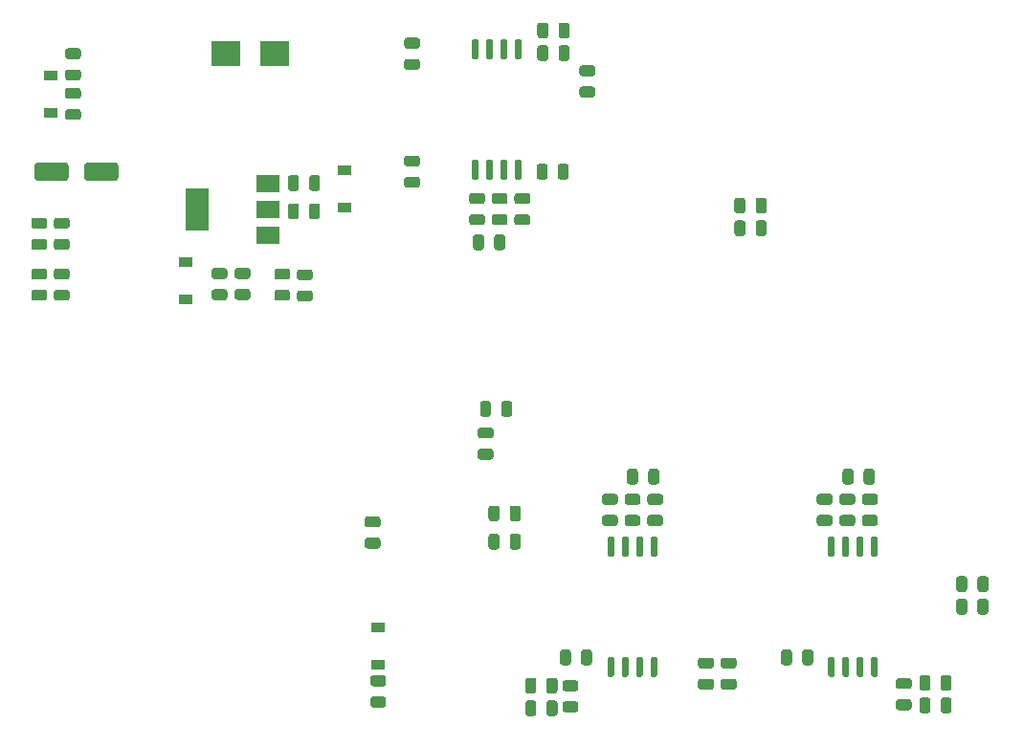
<source format=gtp>
%TF.GenerationSoftware,KiCad,Pcbnew,5.1.6-c6e7f7d~86~ubuntu20.04.1*%
%TF.CreationDate,2020-09-07T13:19:43+02:00*%
%TF.ProjectId,Measurment,4d656173-7572-46d6-956e-742e6b696361,rev?*%
%TF.SameCoordinates,Original*%
%TF.FileFunction,Paste,Top*%
%TF.FilePolarity,Positive*%
%FSLAX46Y46*%
G04 Gerber Fmt 4.6, Leading zero omitted, Abs format (unit mm)*
G04 Created by KiCad (PCBNEW 5.1.6-c6e7f7d~86~ubuntu20.04.1) date 2020-09-07 13:19:43*
%MOMM*%
%LPD*%
G01*
G04 APERTURE LIST*
%ADD10R,1.200000X0.900000*%
%ADD11R,2.500000X2.300000*%
%ADD12R,2.000000X1.500000*%
%ADD13R,2.000000X3.800000*%
G04 APERTURE END LIST*
%TO.C,U3*%
G36*
G01*
X103245000Y-89575000D02*
X102945000Y-89575000D01*
G75*
G02*
X102795000Y-89425000I0J150000D01*
G01*
X102795000Y-87925000D01*
G75*
G02*
X102945000Y-87775000I150000J0D01*
G01*
X103245000Y-87775000D01*
G75*
G02*
X103395000Y-87925000I0J-150000D01*
G01*
X103395000Y-89425000D01*
G75*
G02*
X103245000Y-89575000I-150000J0D01*
G01*
G37*
G36*
G01*
X104515000Y-89575000D02*
X104215000Y-89575000D01*
G75*
G02*
X104065000Y-89425000I0J150000D01*
G01*
X104065000Y-87925000D01*
G75*
G02*
X104215000Y-87775000I150000J0D01*
G01*
X104515000Y-87775000D01*
G75*
G02*
X104665000Y-87925000I0J-150000D01*
G01*
X104665000Y-89425000D01*
G75*
G02*
X104515000Y-89575000I-150000J0D01*
G01*
G37*
G36*
G01*
X105785000Y-89575000D02*
X105485000Y-89575000D01*
G75*
G02*
X105335000Y-89425000I0J150000D01*
G01*
X105335000Y-87925000D01*
G75*
G02*
X105485000Y-87775000I150000J0D01*
G01*
X105785000Y-87775000D01*
G75*
G02*
X105935000Y-87925000I0J-150000D01*
G01*
X105935000Y-89425000D01*
G75*
G02*
X105785000Y-89575000I-150000J0D01*
G01*
G37*
G36*
G01*
X107055000Y-89575000D02*
X106755000Y-89575000D01*
G75*
G02*
X106605000Y-89425000I0J150000D01*
G01*
X106605000Y-87925000D01*
G75*
G02*
X106755000Y-87775000I150000J0D01*
G01*
X107055000Y-87775000D01*
G75*
G02*
X107205000Y-87925000I0J-150000D01*
G01*
X107205000Y-89425000D01*
G75*
G02*
X107055000Y-89575000I-150000J0D01*
G01*
G37*
G36*
G01*
X107055000Y-100225000D02*
X106755000Y-100225000D01*
G75*
G02*
X106605000Y-100075000I0J150000D01*
G01*
X106605000Y-98575000D01*
G75*
G02*
X106755000Y-98425000I150000J0D01*
G01*
X107055000Y-98425000D01*
G75*
G02*
X107205000Y-98575000I0J-150000D01*
G01*
X107205000Y-100075000D01*
G75*
G02*
X107055000Y-100225000I-150000J0D01*
G01*
G37*
G36*
G01*
X105785000Y-100225000D02*
X105485000Y-100225000D01*
G75*
G02*
X105335000Y-100075000I0J150000D01*
G01*
X105335000Y-98575000D01*
G75*
G02*
X105485000Y-98425000I150000J0D01*
G01*
X105785000Y-98425000D01*
G75*
G02*
X105935000Y-98575000I0J-150000D01*
G01*
X105935000Y-100075000D01*
G75*
G02*
X105785000Y-100225000I-150000J0D01*
G01*
G37*
G36*
G01*
X104515000Y-100225000D02*
X104215000Y-100225000D01*
G75*
G02*
X104065000Y-100075000I0J150000D01*
G01*
X104065000Y-98575000D01*
G75*
G02*
X104215000Y-98425000I150000J0D01*
G01*
X104515000Y-98425000D01*
G75*
G02*
X104665000Y-98575000I0J-150000D01*
G01*
X104665000Y-100075000D01*
G75*
G02*
X104515000Y-100225000I-150000J0D01*
G01*
G37*
G36*
G01*
X103245000Y-100225000D02*
X102945000Y-100225000D01*
G75*
G02*
X102795000Y-100075000I0J150000D01*
G01*
X102795000Y-98575000D01*
G75*
G02*
X102945000Y-98425000I150000J0D01*
G01*
X103245000Y-98425000D01*
G75*
G02*
X103395000Y-98575000I0J-150000D01*
G01*
X103395000Y-100075000D01*
G75*
G02*
X103245000Y-100225000I-150000J0D01*
G01*
G37*
%TD*%
%TO.C,U2*%
G36*
G01*
X83745000Y-89575000D02*
X83445000Y-89575000D01*
G75*
G02*
X83295000Y-89425000I0J150000D01*
G01*
X83295000Y-87925000D01*
G75*
G02*
X83445000Y-87775000I150000J0D01*
G01*
X83745000Y-87775000D01*
G75*
G02*
X83895000Y-87925000I0J-150000D01*
G01*
X83895000Y-89425000D01*
G75*
G02*
X83745000Y-89575000I-150000J0D01*
G01*
G37*
G36*
G01*
X85015000Y-89575000D02*
X84715000Y-89575000D01*
G75*
G02*
X84565000Y-89425000I0J150000D01*
G01*
X84565000Y-87925000D01*
G75*
G02*
X84715000Y-87775000I150000J0D01*
G01*
X85015000Y-87775000D01*
G75*
G02*
X85165000Y-87925000I0J-150000D01*
G01*
X85165000Y-89425000D01*
G75*
G02*
X85015000Y-89575000I-150000J0D01*
G01*
G37*
G36*
G01*
X86285000Y-89575000D02*
X85985000Y-89575000D01*
G75*
G02*
X85835000Y-89425000I0J150000D01*
G01*
X85835000Y-87925000D01*
G75*
G02*
X85985000Y-87775000I150000J0D01*
G01*
X86285000Y-87775000D01*
G75*
G02*
X86435000Y-87925000I0J-150000D01*
G01*
X86435000Y-89425000D01*
G75*
G02*
X86285000Y-89575000I-150000J0D01*
G01*
G37*
G36*
G01*
X87555000Y-89575000D02*
X87255000Y-89575000D01*
G75*
G02*
X87105000Y-89425000I0J150000D01*
G01*
X87105000Y-87925000D01*
G75*
G02*
X87255000Y-87775000I150000J0D01*
G01*
X87555000Y-87775000D01*
G75*
G02*
X87705000Y-87925000I0J-150000D01*
G01*
X87705000Y-89425000D01*
G75*
G02*
X87555000Y-89575000I-150000J0D01*
G01*
G37*
G36*
G01*
X87555000Y-100225000D02*
X87255000Y-100225000D01*
G75*
G02*
X87105000Y-100075000I0J150000D01*
G01*
X87105000Y-98575000D01*
G75*
G02*
X87255000Y-98425000I150000J0D01*
G01*
X87555000Y-98425000D01*
G75*
G02*
X87705000Y-98575000I0J-150000D01*
G01*
X87705000Y-100075000D01*
G75*
G02*
X87555000Y-100225000I-150000J0D01*
G01*
G37*
G36*
G01*
X86285000Y-100225000D02*
X85985000Y-100225000D01*
G75*
G02*
X85835000Y-100075000I0J150000D01*
G01*
X85835000Y-98575000D01*
G75*
G02*
X85985000Y-98425000I150000J0D01*
G01*
X86285000Y-98425000D01*
G75*
G02*
X86435000Y-98575000I0J-150000D01*
G01*
X86435000Y-100075000D01*
G75*
G02*
X86285000Y-100225000I-150000J0D01*
G01*
G37*
G36*
G01*
X85015000Y-100225000D02*
X84715000Y-100225000D01*
G75*
G02*
X84565000Y-100075000I0J150000D01*
G01*
X84565000Y-98575000D01*
G75*
G02*
X84715000Y-98425000I150000J0D01*
G01*
X85015000Y-98425000D01*
G75*
G02*
X85165000Y-98575000I0J-150000D01*
G01*
X85165000Y-100075000D01*
G75*
G02*
X85015000Y-100225000I-150000J0D01*
G01*
G37*
G36*
G01*
X83745000Y-100225000D02*
X83445000Y-100225000D01*
G75*
G02*
X83295000Y-100075000I0J150000D01*
G01*
X83295000Y-98575000D01*
G75*
G02*
X83445000Y-98425000I150000J0D01*
G01*
X83745000Y-98425000D01*
G75*
G02*
X83895000Y-98575000I0J-150000D01*
G01*
X83895000Y-100075000D01*
G75*
G02*
X83745000Y-100225000I-150000J0D01*
G01*
G37*
%TD*%
%TO.C,U4*%
G36*
G01*
X75255000Y-54425000D02*
X75555000Y-54425000D01*
G75*
G02*
X75705000Y-54575000I0J-150000D01*
G01*
X75705000Y-56075000D01*
G75*
G02*
X75555000Y-56225000I-150000J0D01*
G01*
X75255000Y-56225000D01*
G75*
G02*
X75105000Y-56075000I0J150000D01*
G01*
X75105000Y-54575000D01*
G75*
G02*
X75255000Y-54425000I150000J0D01*
G01*
G37*
G36*
G01*
X73985000Y-54425000D02*
X74285000Y-54425000D01*
G75*
G02*
X74435000Y-54575000I0J-150000D01*
G01*
X74435000Y-56075000D01*
G75*
G02*
X74285000Y-56225000I-150000J0D01*
G01*
X73985000Y-56225000D01*
G75*
G02*
X73835000Y-56075000I0J150000D01*
G01*
X73835000Y-54575000D01*
G75*
G02*
X73985000Y-54425000I150000J0D01*
G01*
G37*
G36*
G01*
X72715000Y-54425000D02*
X73015000Y-54425000D01*
G75*
G02*
X73165000Y-54575000I0J-150000D01*
G01*
X73165000Y-56075000D01*
G75*
G02*
X73015000Y-56225000I-150000J0D01*
G01*
X72715000Y-56225000D01*
G75*
G02*
X72565000Y-56075000I0J150000D01*
G01*
X72565000Y-54575000D01*
G75*
G02*
X72715000Y-54425000I150000J0D01*
G01*
G37*
G36*
G01*
X71445000Y-54425000D02*
X71745000Y-54425000D01*
G75*
G02*
X71895000Y-54575000I0J-150000D01*
G01*
X71895000Y-56075000D01*
G75*
G02*
X71745000Y-56225000I-150000J0D01*
G01*
X71445000Y-56225000D01*
G75*
G02*
X71295000Y-56075000I0J150000D01*
G01*
X71295000Y-54575000D01*
G75*
G02*
X71445000Y-54425000I150000J0D01*
G01*
G37*
G36*
G01*
X71445000Y-43775000D02*
X71745000Y-43775000D01*
G75*
G02*
X71895000Y-43925000I0J-150000D01*
G01*
X71895000Y-45425000D01*
G75*
G02*
X71745000Y-45575000I-150000J0D01*
G01*
X71445000Y-45575000D01*
G75*
G02*
X71295000Y-45425000I0J150000D01*
G01*
X71295000Y-43925000D01*
G75*
G02*
X71445000Y-43775000I150000J0D01*
G01*
G37*
G36*
G01*
X72715000Y-43775000D02*
X73015000Y-43775000D01*
G75*
G02*
X73165000Y-43925000I0J-150000D01*
G01*
X73165000Y-45425000D01*
G75*
G02*
X73015000Y-45575000I-150000J0D01*
G01*
X72715000Y-45575000D01*
G75*
G02*
X72565000Y-45425000I0J150000D01*
G01*
X72565000Y-43925000D01*
G75*
G02*
X72715000Y-43775000I150000J0D01*
G01*
G37*
G36*
G01*
X73985000Y-43775000D02*
X74285000Y-43775000D01*
G75*
G02*
X74435000Y-43925000I0J-150000D01*
G01*
X74435000Y-45425000D01*
G75*
G02*
X74285000Y-45575000I-150000J0D01*
G01*
X73985000Y-45575000D01*
G75*
G02*
X73835000Y-45425000I0J150000D01*
G01*
X73835000Y-43925000D01*
G75*
G02*
X73985000Y-43775000I150000J0D01*
G01*
G37*
G36*
G01*
X75255000Y-43775000D02*
X75555000Y-43775000D01*
G75*
G02*
X75705000Y-43925000I0J-150000D01*
G01*
X75705000Y-45425000D01*
G75*
G02*
X75555000Y-45575000I-150000J0D01*
G01*
X75255000Y-45575000D01*
G75*
G02*
X75105000Y-45425000I0J150000D01*
G01*
X75105000Y-43925000D01*
G75*
G02*
X75255000Y-43775000I150000J0D01*
G01*
G37*
%TD*%
D10*
%TO.C,D10*%
X46000000Y-66800000D03*
X46000000Y-63500000D03*
%TD*%
%TO.C,D9*%
X63000000Y-95850000D03*
X63000000Y-99150000D03*
%TD*%
%TO.C,D8*%
X60000000Y-58650000D03*
X60000000Y-55350000D03*
%TD*%
%TO.C,D7*%
X34000000Y-47000000D03*
X34000000Y-50300000D03*
%TD*%
%TO.C,C23*%
G36*
G01*
X35600000Y-54950000D02*
X35600000Y-56050000D01*
G75*
G02*
X35350000Y-56300000I-250000J0D01*
G01*
X32850000Y-56300000D01*
G75*
G02*
X32600000Y-56050000I0J250000D01*
G01*
X32600000Y-54950000D01*
G75*
G02*
X32850000Y-54700000I250000J0D01*
G01*
X35350000Y-54700000D01*
G75*
G02*
X35600000Y-54950000I0J-250000D01*
G01*
G37*
G36*
G01*
X40000000Y-54950000D02*
X40000000Y-56050000D01*
G75*
G02*
X39750000Y-56300000I-250000J0D01*
G01*
X37250000Y-56300000D01*
G75*
G02*
X37000000Y-56050000I0J250000D01*
G01*
X37000000Y-54950000D01*
G75*
G02*
X37250000Y-54700000I250000J0D01*
G01*
X39750000Y-54700000D01*
G75*
G02*
X40000000Y-54950000I0J-250000D01*
G01*
G37*
%TD*%
%TO.C,C22*%
G36*
G01*
X56887500Y-56956250D02*
X56887500Y-56043750D01*
G75*
G02*
X57131250Y-55800000I243750J0D01*
G01*
X57618750Y-55800000D01*
G75*
G02*
X57862500Y-56043750I0J-243750D01*
G01*
X57862500Y-56956250D01*
G75*
G02*
X57618750Y-57200000I-243750J0D01*
G01*
X57131250Y-57200000D01*
G75*
G02*
X56887500Y-56956250I0J243750D01*
G01*
G37*
G36*
G01*
X55012500Y-56956250D02*
X55012500Y-56043750D01*
G75*
G02*
X55256250Y-55800000I243750J0D01*
G01*
X55743750Y-55800000D01*
G75*
G02*
X55987500Y-56043750I0J-243750D01*
G01*
X55987500Y-56956250D01*
G75*
G02*
X55743750Y-57200000I-243750J0D01*
G01*
X55256250Y-57200000D01*
G75*
G02*
X55012500Y-56956250I0J243750D01*
G01*
G37*
%TD*%
%TO.C,C21*%
G36*
G01*
X62043750Y-87887500D02*
X62956250Y-87887500D01*
G75*
G02*
X63200000Y-88131250I0J-243750D01*
G01*
X63200000Y-88618750D01*
G75*
G02*
X62956250Y-88862500I-243750J0D01*
G01*
X62043750Y-88862500D01*
G75*
G02*
X61800000Y-88618750I0J243750D01*
G01*
X61800000Y-88131250D01*
G75*
G02*
X62043750Y-87887500I243750J0D01*
G01*
G37*
G36*
G01*
X62043750Y-86012500D02*
X62956250Y-86012500D01*
G75*
G02*
X63200000Y-86256250I0J-243750D01*
G01*
X63200000Y-86743750D01*
G75*
G02*
X62956250Y-86987500I-243750J0D01*
G01*
X62043750Y-86987500D01*
G75*
G02*
X61800000Y-86743750I0J243750D01*
G01*
X61800000Y-86256250D01*
G75*
G02*
X62043750Y-86012500I243750J0D01*
G01*
G37*
%TD*%
%TO.C,C20*%
G36*
G01*
X65543750Y-45512500D02*
X66456250Y-45512500D01*
G75*
G02*
X66700000Y-45756250I0J-243750D01*
G01*
X66700000Y-46243750D01*
G75*
G02*
X66456250Y-46487500I-243750J0D01*
G01*
X65543750Y-46487500D01*
G75*
G02*
X65300000Y-46243750I0J243750D01*
G01*
X65300000Y-45756250D01*
G75*
G02*
X65543750Y-45512500I243750J0D01*
G01*
G37*
G36*
G01*
X65543750Y-43637500D02*
X66456250Y-43637500D01*
G75*
G02*
X66700000Y-43881250I0J-243750D01*
G01*
X66700000Y-44368750D01*
G75*
G02*
X66456250Y-44612500I-243750J0D01*
G01*
X65543750Y-44612500D01*
G75*
G02*
X65300000Y-44368750I0J243750D01*
G01*
X65300000Y-43881250D01*
G75*
G02*
X65543750Y-43637500I243750J0D01*
G01*
G37*
%TD*%
%TO.C,C19*%
G36*
G01*
X62543750Y-101950000D02*
X63456250Y-101950000D01*
G75*
G02*
X63700000Y-102193750I0J-243750D01*
G01*
X63700000Y-102681250D01*
G75*
G02*
X63456250Y-102925000I-243750J0D01*
G01*
X62543750Y-102925000D01*
G75*
G02*
X62300000Y-102681250I0J243750D01*
G01*
X62300000Y-102193750D01*
G75*
G02*
X62543750Y-101950000I243750J0D01*
G01*
G37*
G36*
G01*
X62543750Y-100075000D02*
X63456250Y-100075000D01*
G75*
G02*
X63700000Y-100318750I0J-243750D01*
G01*
X63700000Y-100806250D01*
G75*
G02*
X63456250Y-101050000I-243750J0D01*
G01*
X62543750Y-101050000D01*
G75*
G02*
X62300000Y-100806250I0J243750D01*
G01*
X62300000Y-100318750D01*
G75*
G02*
X62543750Y-100075000I243750J0D01*
G01*
G37*
%TD*%
%TO.C,C18*%
G36*
G01*
X77987500Y-55043750D02*
X77987500Y-55956250D01*
G75*
G02*
X77743750Y-56200000I-243750J0D01*
G01*
X77256250Y-56200000D01*
G75*
G02*
X77012500Y-55956250I0J243750D01*
G01*
X77012500Y-55043750D01*
G75*
G02*
X77256250Y-54800000I243750J0D01*
G01*
X77743750Y-54800000D01*
G75*
G02*
X77987500Y-55043750I0J-243750D01*
G01*
G37*
G36*
G01*
X79862500Y-55043750D02*
X79862500Y-55956250D01*
G75*
G02*
X79618750Y-56200000I-243750J0D01*
G01*
X79131250Y-56200000D01*
G75*
G02*
X78887500Y-55956250I0J243750D01*
G01*
X78887500Y-55043750D01*
G75*
G02*
X79131250Y-54800000I243750J0D01*
G01*
X79618750Y-54800000D01*
G75*
G02*
X79862500Y-55043750I0J-243750D01*
G01*
G37*
%TD*%
%TO.C,C17*%
G36*
G01*
X78050000Y-42543750D02*
X78050000Y-43456250D01*
G75*
G02*
X77806250Y-43700000I-243750J0D01*
G01*
X77318750Y-43700000D01*
G75*
G02*
X77075000Y-43456250I0J243750D01*
G01*
X77075000Y-42543750D01*
G75*
G02*
X77318750Y-42300000I243750J0D01*
G01*
X77806250Y-42300000D01*
G75*
G02*
X78050000Y-42543750I0J-243750D01*
G01*
G37*
G36*
G01*
X79925000Y-42543750D02*
X79925000Y-43456250D01*
G75*
G02*
X79681250Y-43700000I-243750J0D01*
G01*
X79193750Y-43700000D01*
G75*
G02*
X78950000Y-43456250I0J243750D01*
G01*
X78950000Y-42543750D01*
G75*
G02*
X79193750Y-42300000I243750J0D01*
G01*
X79681250Y-42300000D01*
G75*
G02*
X79925000Y-42543750I0J-243750D01*
G01*
G37*
%TD*%
%TO.C,C16*%
G36*
G01*
X81043750Y-47950000D02*
X81956250Y-47950000D01*
G75*
G02*
X82200000Y-48193750I0J-243750D01*
G01*
X82200000Y-48681250D01*
G75*
G02*
X81956250Y-48925000I-243750J0D01*
G01*
X81043750Y-48925000D01*
G75*
G02*
X80800000Y-48681250I0J243750D01*
G01*
X80800000Y-48193750D01*
G75*
G02*
X81043750Y-47950000I243750J0D01*
G01*
G37*
G36*
G01*
X81043750Y-46075000D02*
X81956250Y-46075000D01*
G75*
G02*
X82200000Y-46318750I0J-243750D01*
G01*
X82200000Y-46806250D01*
G75*
G02*
X81956250Y-47050000I-243750J0D01*
G01*
X81043750Y-47050000D01*
G75*
G02*
X80800000Y-46806250I0J243750D01*
G01*
X80800000Y-46318750D01*
G75*
G02*
X81043750Y-46075000I243750J0D01*
G01*
G37*
%TD*%
%TO.C,C15*%
G36*
G01*
X109956250Y-101300000D02*
X109043750Y-101300000D01*
G75*
G02*
X108800000Y-101056250I0J243750D01*
G01*
X108800000Y-100568750D01*
G75*
G02*
X109043750Y-100325000I243750J0D01*
G01*
X109956250Y-100325000D01*
G75*
G02*
X110200000Y-100568750I0J-243750D01*
G01*
X110200000Y-101056250D01*
G75*
G02*
X109956250Y-101300000I-243750J0D01*
G01*
G37*
G36*
G01*
X109956250Y-103175000D02*
X109043750Y-103175000D01*
G75*
G02*
X108800000Y-102931250I0J243750D01*
G01*
X108800000Y-102443750D01*
G75*
G02*
X109043750Y-102200000I243750J0D01*
G01*
X109956250Y-102200000D01*
G75*
G02*
X110200000Y-102443750I0J-243750D01*
G01*
X110200000Y-102931250D01*
G75*
G02*
X109956250Y-103175000I-243750J0D01*
G01*
G37*
%TD*%
%TO.C,C14*%
G36*
G01*
X79543750Y-102387500D02*
X80456250Y-102387500D01*
G75*
G02*
X80700000Y-102631250I0J-243750D01*
G01*
X80700000Y-103118750D01*
G75*
G02*
X80456250Y-103362500I-243750J0D01*
G01*
X79543750Y-103362500D01*
G75*
G02*
X79300000Y-103118750I0J243750D01*
G01*
X79300000Y-102631250D01*
G75*
G02*
X79543750Y-102387500I243750J0D01*
G01*
G37*
G36*
G01*
X79543750Y-100512500D02*
X80456250Y-100512500D01*
G75*
G02*
X80700000Y-100756250I0J-243750D01*
G01*
X80700000Y-101243750D01*
G75*
G02*
X80456250Y-101487500I-243750J0D01*
G01*
X79543750Y-101487500D01*
G75*
G02*
X79300000Y-101243750I0J243750D01*
G01*
X79300000Y-100756250D01*
G75*
G02*
X79543750Y-100512500I243750J0D01*
G01*
G37*
%TD*%
%TO.C,C13*%
G36*
G01*
X36456250Y-49050000D02*
X35543750Y-49050000D01*
G75*
G02*
X35300000Y-48806250I0J243750D01*
G01*
X35300000Y-48318750D01*
G75*
G02*
X35543750Y-48075000I243750J0D01*
G01*
X36456250Y-48075000D01*
G75*
G02*
X36700000Y-48318750I0J-243750D01*
G01*
X36700000Y-48806250D01*
G75*
G02*
X36456250Y-49050000I-243750J0D01*
G01*
G37*
G36*
G01*
X36456250Y-50925000D02*
X35543750Y-50925000D01*
G75*
G02*
X35300000Y-50681250I0J243750D01*
G01*
X35300000Y-50193750D01*
G75*
G02*
X35543750Y-49950000I243750J0D01*
G01*
X36456250Y-49950000D01*
G75*
G02*
X36700000Y-50193750I0J-243750D01*
G01*
X36700000Y-50681250D01*
G75*
G02*
X36456250Y-50925000I-243750J0D01*
G01*
G37*
%TD*%
%TO.C,C12*%
G36*
G01*
X35543750Y-46450000D02*
X36456250Y-46450000D01*
G75*
G02*
X36700000Y-46693750I0J-243750D01*
G01*
X36700000Y-47181250D01*
G75*
G02*
X36456250Y-47425000I-243750J0D01*
G01*
X35543750Y-47425000D01*
G75*
G02*
X35300000Y-47181250I0J243750D01*
G01*
X35300000Y-46693750D01*
G75*
G02*
X35543750Y-46450000I243750J0D01*
G01*
G37*
G36*
G01*
X35543750Y-44575000D02*
X36456250Y-44575000D01*
G75*
G02*
X36700000Y-44818750I0J-243750D01*
G01*
X36700000Y-45306250D01*
G75*
G02*
X36456250Y-45550000I-243750J0D01*
G01*
X35543750Y-45550000D01*
G75*
G02*
X35300000Y-45306250I0J243750D01*
G01*
X35300000Y-44818750D01*
G75*
G02*
X35543750Y-44575000I243750J0D01*
G01*
G37*
%TD*%
%TO.C,C11*%
G36*
G01*
X100512500Y-98956250D02*
X100512500Y-98043750D01*
G75*
G02*
X100756250Y-97800000I243750J0D01*
G01*
X101243750Y-97800000D01*
G75*
G02*
X101487500Y-98043750I0J-243750D01*
G01*
X101487500Y-98956250D01*
G75*
G02*
X101243750Y-99200000I-243750J0D01*
G01*
X100756250Y-99200000D01*
G75*
G02*
X100512500Y-98956250I0J243750D01*
G01*
G37*
G36*
G01*
X98637500Y-98956250D02*
X98637500Y-98043750D01*
G75*
G02*
X98881250Y-97800000I243750J0D01*
G01*
X99368750Y-97800000D01*
G75*
G02*
X99612500Y-98043750I0J-243750D01*
G01*
X99612500Y-98956250D01*
G75*
G02*
X99368750Y-99200000I-243750J0D01*
G01*
X98881250Y-99200000D01*
G75*
G02*
X98637500Y-98956250I0J243750D01*
G01*
G37*
%TD*%
%TO.C,C10*%
G36*
G01*
X78050000Y-44543750D02*
X78050000Y-45456250D01*
G75*
G02*
X77806250Y-45700000I-243750J0D01*
G01*
X77318750Y-45700000D01*
G75*
G02*
X77075000Y-45456250I0J243750D01*
G01*
X77075000Y-44543750D01*
G75*
G02*
X77318750Y-44300000I243750J0D01*
G01*
X77806250Y-44300000D01*
G75*
G02*
X78050000Y-44543750I0J-243750D01*
G01*
G37*
G36*
G01*
X79925000Y-44543750D02*
X79925000Y-45456250D01*
G75*
G02*
X79681250Y-45700000I-243750J0D01*
G01*
X79193750Y-45700000D01*
G75*
G02*
X78950000Y-45456250I0J243750D01*
G01*
X78950000Y-44543750D01*
G75*
G02*
X79193750Y-44300000I243750J0D01*
G01*
X79681250Y-44300000D01*
G75*
G02*
X79925000Y-44543750I0J-243750D01*
G01*
G37*
%TD*%
%TO.C,C9*%
G36*
G01*
X80950000Y-98956250D02*
X80950000Y-98043750D01*
G75*
G02*
X81193750Y-97800000I243750J0D01*
G01*
X81681250Y-97800000D01*
G75*
G02*
X81925000Y-98043750I0J-243750D01*
G01*
X81925000Y-98956250D01*
G75*
G02*
X81681250Y-99200000I-243750J0D01*
G01*
X81193750Y-99200000D01*
G75*
G02*
X80950000Y-98956250I0J243750D01*
G01*
G37*
G36*
G01*
X79075000Y-98956250D02*
X79075000Y-98043750D01*
G75*
G02*
X79318750Y-97800000I243750J0D01*
G01*
X79806250Y-97800000D01*
G75*
G02*
X80050000Y-98043750I0J-243750D01*
G01*
X80050000Y-98956250D01*
G75*
G02*
X79806250Y-99200000I-243750J0D01*
G01*
X79318750Y-99200000D01*
G75*
G02*
X79075000Y-98956250I0J243750D01*
G01*
G37*
%TD*%
%TO.C,C8*%
G36*
G01*
X56887500Y-59456250D02*
X56887500Y-58543750D01*
G75*
G02*
X57131250Y-58300000I243750J0D01*
G01*
X57618750Y-58300000D01*
G75*
G02*
X57862500Y-58543750I0J-243750D01*
G01*
X57862500Y-59456250D01*
G75*
G02*
X57618750Y-59700000I-243750J0D01*
G01*
X57131250Y-59700000D01*
G75*
G02*
X56887500Y-59456250I0J243750D01*
G01*
G37*
G36*
G01*
X55012500Y-59456250D02*
X55012500Y-58543750D01*
G75*
G02*
X55256250Y-58300000I243750J0D01*
G01*
X55743750Y-58300000D01*
G75*
G02*
X55987500Y-58543750I0J-243750D01*
G01*
X55987500Y-59456250D01*
G75*
G02*
X55743750Y-59700000I-243750J0D01*
G01*
X55256250Y-59700000D01*
G75*
G02*
X55012500Y-59456250I0J243750D01*
G01*
G37*
%TD*%
%TO.C,C7*%
G36*
G01*
X66456250Y-55050000D02*
X65543750Y-55050000D01*
G75*
G02*
X65300000Y-54806250I0J243750D01*
G01*
X65300000Y-54318750D01*
G75*
G02*
X65543750Y-54075000I243750J0D01*
G01*
X66456250Y-54075000D01*
G75*
G02*
X66700000Y-54318750I0J-243750D01*
G01*
X66700000Y-54806250D01*
G75*
G02*
X66456250Y-55050000I-243750J0D01*
G01*
G37*
G36*
G01*
X66456250Y-56925000D02*
X65543750Y-56925000D01*
G75*
G02*
X65300000Y-56681250I0J243750D01*
G01*
X65300000Y-56193750D01*
G75*
G02*
X65543750Y-55950000I243750J0D01*
G01*
X66456250Y-55950000D01*
G75*
G02*
X66700000Y-56193750I0J-243750D01*
G01*
X66700000Y-56681250D01*
G75*
G02*
X66456250Y-56925000I-243750J0D01*
G01*
G37*
%TD*%
%TO.C,C6*%
G36*
G01*
X72362500Y-61293750D02*
X72362500Y-62206250D01*
G75*
G02*
X72118750Y-62450000I-243750J0D01*
G01*
X71631250Y-62450000D01*
G75*
G02*
X71387500Y-62206250I0J243750D01*
G01*
X71387500Y-61293750D01*
G75*
G02*
X71631250Y-61050000I243750J0D01*
G01*
X72118750Y-61050000D01*
G75*
G02*
X72362500Y-61293750I0J-243750D01*
G01*
G37*
G36*
G01*
X74237500Y-61293750D02*
X74237500Y-62206250D01*
G75*
G02*
X73993750Y-62450000I-243750J0D01*
G01*
X73506250Y-62450000D01*
G75*
G02*
X73262500Y-62206250I0J243750D01*
G01*
X73262500Y-61293750D01*
G75*
G02*
X73506250Y-61050000I243750J0D01*
G01*
X73993750Y-61050000D01*
G75*
G02*
X74237500Y-61293750I0J-243750D01*
G01*
G37*
%TD*%
%TO.C,C5*%
G36*
G01*
X105950000Y-82956250D02*
X105950000Y-82043750D01*
G75*
G02*
X106193750Y-81800000I243750J0D01*
G01*
X106681250Y-81800000D01*
G75*
G02*
X106925000Y-82043750I0J-243750D01*
G01*
X106925000Y-82956250D01*
G75*
G02*
X106681250Y-83200000I-243750J0D01*
G01*
X106193750Y-83200000D01*
G75*
G02*
X105950000Y-82956250I0J243750D01*
G01*
G37*
G36*
G01*
X104075000Y-82956250D02*
X104075000Y-82043750D01*
G75*
G02*
X104318750Y-81800000I243750J0D01*
G01*
X104806250Y-81800000D01*
G75*
G02*
X105050000Y-82043750I0J-243750D01*
G01*
X105050000Y-82956250D01*
G75*
G02*
X104806250Y-83200000I-243750J0D01*
G01*
X104318750Y-83200000D01*
G75*
G02*
X104075000Y-82956250I0J243750D01*
G01*
G37*
%TD*%
%TO.C,C4*%
G36*
G01*
X86887500Y-82956250D02*
X86887500Y-82043750D01*
G75*
G02*
X87131250Y-81800000I243750J0D01*
G01*
X87618750Y-81800000D01*
G75*
G02*
X87862500Y-82043750I0J-243750D01*
G01*
X87862500Y-82956250D01*
G75*
G02*
X87618750Y-83200000I-243750J0D01*
G01*
X87131250Y-83200000D01*
G75*
G02*
X86887500Y-82956250I0J243750D01*
G01*
G37*
G36*
G01*
X85012500Y-82956250D02*
X85012500Y-82043750D01*
G75*
G02*
X85256250Y-81800000I243750J0D01*
G01*
X85743750Y-81800000D01*
G75*
G02*
X85987500Y-82043750I0J-243750D01*
G01*
X85987500Y-82956250D01*
G75*
G02*
X85743750Y-83200000I-243750J0D01*
G01*
X85256250Y-83200000D01*
G75*
G02*
X85012500Y-82956250I0J243750D01*
G01*
G37*
%TD*%
%TO.C,C3*%
G36*
G01*
X75293750Y-59262500D02*
X76206250Y-59262500D01*
G75*
G02*
X76450000Y-59506250I0J-243750D01*
G01*
X76450000Y-59993750D01*
G75*
G02*
X76206250Y-60237500I-243750J0D01*
G01*
X75293750Y-60237500D01*
G75*
G02*
X75050000Y-59993750I0J243750D01*
G01*
X75050000Y-59506250D01*
G75*
G02*
X75293750Y-59262500I243750J0D01*
G01*
G37*
G36*
G01*
X75293750Y-57387500D02*
X76206250Y-57387500D01*
G75*
G02*
X76450000Y-57631250I0J-243750D01*
G01*
X76450000Y-58118750D01*
G75*
G02*
X76206250Y-58362500I-243750J0D01*
G01*
X75293750Y-58362500D01*
G75*
G02*
X75050000Y-58118750I0J243750D01*
G01*
X75050000Y-57631250D01*
G75*
G02*
X75293750Y-57387500I243750J0D01*
G01*
G37*
%TD*%
%TO.C,C2*%
G36*
G01*
X102956250Y-84987500D02*
X102043750Y-84987500D01*
G75*
G02*
X101800000Y-84743750I0J243750D01*
G01*
X101800000Y-84256250D01*
G75*
G02*
X102043750Y-84012500I243750J0D01*
G01*
X102956250Y-84012500D01*
G75*
G02*
X103200000Y-84256250I0J-243750D01*
G01*
X103200000Y-84743750D01*
G75*
G02*
X102956250Y-84987500I-243750J0D01*
G01*
G37*
G36*
G01*
X102956250Y-86862500D02*
X102043750Y-86862500D01*
G75*
G02*
X101800000Y-86618750I0J243750D01*
G01*
X101800000Y-86131250D01*
G75*
G02*
X102043750Y-85887500I243750J0D01*
G01*
X102956250Y-85887500D01*
G75*
G02*
X103200000Y-86131250I0J-243750D01*
G01*
X103200000Y-86618750D01*
G75*
G02*
X102956250Y-86862500I-243750J0D01*
G01*
G37*
%TD*%
%TO.C,C1*%
G36*
G01*
X83956250Y-84987500D02*
X83043750Y-84987500D01*
G75*
G02*
X82800000Y-84743750I0J243750D01*
G01*
X82800000Y-84256250D01*
G75*
G02*
X83043750Y-84012500I243750J0D01*
G01*
X83956250Y-84012500D01*
G75*
G02*
X84200000Y-84256250I0J-243750D01*
G01*
X84200000Y-84743750D01*
G75*
G02*
X83956250Y-84987500I-243750J0D01*
G01*
G37*
G36*
G01*
X83956250Y-86862500D02*
X83043750Y-86862500D01*
G75*
G02*
X82800000Y-86618750I0J243750D01*
G01*
X82800000Y-86131250D01*
G75*
G02*
X83043750Y-85887500I243750J0D01*
G01*
X83956250Y-85887500D01*
G75*
G02*
X84200000Y-86131250I0J-243750D01*
G01*
X84200000Y-86618750D01*
G75*
G02*
X83956250Y-86862500I-243750J0D01*
G01*
G37*
%TD*%
%TO.C,D6*%
G36*
G01*
X54043750Y-65950000D02*
X54956250Y-65950000D01*
G75*
G02*
X55200000Y-66193750I0J-243750D01*
G01*
X55200000Y-66681250D01*
G75*
G02*
X54956250Y-66925000I-243750J0D01*
G01*
X54043750Y-66925000D01*
G75*
G02*
X53800000Y-66681250I0J243750D01*
G01*
X53800000Y-66193750D01*
G75*
G02*
X54043750Y-65950000I243750J0D01*
G01*
G37*
G36*
G01*
X54043750Y-64075000D02*
X54956250Y-64075000D01*
G75*
G02*
X55200000Y-64318750I0J-243750D01*
G01*
X55200000Y-64806250D01*
G75*
G02*
X54956250Y-65050000I-243750J0D01*
G01*
X54043750Y-65050000D01*
G75*
G02*
X53800000Y-64806250I0J243750D01*
G01*
X53800000Y-64318750D01*
G75*
G02*
X54043750Y-64075000I243750J0D01*
G01*
G37*
%TD*%
%TO.C,D5*%
G36*
G01*
X48503750Y-65900000D02*
X49416250Y-65900000D01*
G75*
G02*
X49660000Y-66143750I0J-243750D01*
G01*
X49660000Y-66631250D01*
G75*
G02*
X49416250Y-66875000I-243750J0D01*
G01*
X48503750Y-66875000D01*
G75*
G02*
X48260000Y-66631250I0J243750D01*
G01*
X48260000Y-66143750D01*
G75*
G02*
X48503750Y-65900000I243750J0D01*
G01*
G37*
G36*
G01*
X48503750Y-64025000D02*
X49416250Y-64025000D01*
G75*
G02*
X49660000Y-64268750I0J-243750D01*
G01*
X49660000Y-64756250D01*
G75*
G02*
X49416250Y-65000000I-243750J0D01*
G01*
X48503750Y-65000000D01*
G75*
G02*
X48260000Y-64756250I0J243750D01*
G01*
X48260000Y-64268750D01*
G75*
G02*
X48503750Y-64025000I243750J0D01*
G01*
G37*
%TD*%
%TO.C,D4*%
G36*
G01*
X91543750Y-100387500D02*
X92456250Y-100387500D01*
G75*
G02*
X92700000Y-100631250I0J-243750D01*
G01*
X92700000Y-101118750D01*
G75*
G02*
X92456250Y-101362500I-243750J0D01*
G01*
X91543750Y-101362500D01*
G75*
G02*
X91300000Y-101118750I0J243750D01*
G01*
X91300000Y-100631250D01*
G75*
G02*
X91543750Y-100387500I243750J0D01*
G01*
G37*
G36*
G01*
X91543750Y-98512500D02*
X92456250Y-98512500D01*
G75*
G02*
X92700000Y-98756250I0J-243750D01*
G01*
X92700000Y-99243750D01*
G75*
G02*
X92456250Y-99487500I-243750J0D01*
G01*
X91543750Y-99487500D01*
G75*
G02*
X91300000Y-99243750I0J243750D01*
G01*
X91300000Y-98756250D01*
G75*
G02*
X91543750Y-98512500I243750J0D01*
G01*
G37*
%TD*%
%TO.C,D3*%
G36*
G01*
X33456250Y-65050000D02*
X32543750Y-65050000D01*
G75*
G02*
X32300000Y-64806250I0J243750D01*
G01*
X32300000Y-64318750D01*
G75*
G02*
X32543750Y-64075000I243750J0D01*
G01*
X33456250Y-64075000D01*
G75*
G02*
X33700000Y-64318750I0J-243750D01*
G01*
X33700000Y-64806250D01*
G75*
G02*
X33456250Y-65050000I-243750J0D01*
G01*
G37*
G36*
G01*
X33456250Y-66925000D02*
X32543750Y-66925000D01*
G75*
G02*
X32300000Y-66681250I0J243750D01*
G01*
X32300000Y-66193750D01*
G75*
G02*
X32543750Y-65950000I243750J0D01*
G01*
X33456250Y-65950000D01*
G75*
G02*
X33700000Y-66193750I0J-243750D01*
G01*
X33700000Y-66681250D01*
G75*
G02*
X33456250Y-66925000I-243750J0D01*
G01*
G37*
%TD*%
%TO.C,D2*%
G36*
G01*
X33456250Y-60550000D02*
X32543750Y-60550000D01*
G75*
G02*
X32300000Y-60306250I0J243750D01*
G01*
X32300000Y-59818750D01*
G75*
G02*
X32543750Y-59575000I243750J0D01*
G01*
X33456250Y-59575000D01*
G75*
G02*
X33700000Y-59818750I0J-243750D01*
G01*
X33700000Y-60306250D01*
G75*
G02*
X33456250Y-60550000I-243750J0D01*
G01*
G37*
G36*
G01*
X33456250Y-62425000D02*
X32543750Y-62425000D01*
G75*
G02*
X32300000Y-62181250I0J243750D01*
G01*
X32300000Y-61693750D01*
G75*
G02*
X32543750Y-61450000I243750J0D01*
G01*
X33456250Y-61450000D01*
G75*
G02*
X33700000Y-61693750I0J-243750D01*
G01*
X33700000Y-62181250D01*
G75*
G02*
X33456250Y-62425000I-243750J0D01*
G01*
G37*
%TD*%
%TO.C,R37*%
G36*
G01*
X56043750Y-66012500D02*
X56956250Y-66012500D01*
G75*
G02*
X57200000Y-66256250I0J-243750D01*
G01*
X57200000Y-66743750D01*
G75*
G02*
X56956250Y-66987500I-243750J0D01*
G01*
X56043750Y-66987500D01*
G75*
G02*
X55800000Y-66743750I0J243750D01*
G01*
X55800000Y-66256250D01*
G75*
G02*
X56043750Y-66012500I243750J0D01*
G01*
G37*
G36*
G01*
X56043750Y-64137500D02*
X56956250Y-64137500D01*
G75*
G02*
X57200000Y-64381250I0J-243750D01*
G01*
X57200000Y-64868750D01*
G75*
G02*
X56956250Y-65112500I-243750J0D01*
G01*
X56043750Y-65112500D01*
G75*
G02*
X55800000Y-64868750I0J243750D01*
G01*
X55800000Y-64381250D01*
G75*
G02*
X56043750Y-64137500I243750J0D01*
G01*
G37*
%TD*%
%TO.C,R36*%
G36*
G01*
X50543750Y-65887500D02*
X51456250Y-65887500D01*
G75*
G02*
X51700000Y-66131250I0J-243750D01*
G01*
X51700000Y-66618750D01*
G75*
G02*
X51456250Y-66862500I-243750J0D01*
G01*
X50543750Y-66862500D01*
G75*
G02*
X50300000Y-66618750I0J243750D01*
G01*
X50300000Y-66131250D01*
G75*
G02*
X50543750Y-65887500I243750J0D01*
G01*
G37*
G36*
G01*
X50543750Y-64012500D02*
X51456250Y-64012500D01*
G75*
G02*
X51700000Y-64256250I0J-243750D01*
G01*
X51700000Y-64743750D01*
G75*
G02*
X51456250Y-64987500I-243750J0D01*
G01*
X50543750Y-64987500D01*
G75*
G02*
X50300000Y-64743750I0J243750D01*
G01*
X50300000Y-64256250D01*
G75*
G02*
X50543750Y-64012500I243750J0D01*
G01*
G37*
%TD*%
%TO.C,R35*%
G36*
G01*
X93543750Y-100387500D02*
X94456250Y-100387500D01*
G75*
G02*
X94700000Y-100631250I0J-243750D01*
G01*
X94700000Y-101118750D01*
G75*
G02*
X94456250Y-101362500I-243750J0D01*
G01*
X93543750Y-101362500D01*
G75*
G02*
X93300000Y-101118750I0J243750D01*
G01*
X93300000Y-100631250D01*
G75*
G02*
X93543750Y-100387500I243750J0D01*
G01*
G37*
G36*
G01*
X93543750Y-98512500D02*
X94456250Y-98512500D01*
G75*
G02*
X94700000Y-98756250I0J-243750D01*
G01*
X94700000Y-99243750D01*
G75*
G02*
X94456250Y-99487500I-243750J0D01*
G01*
X93543750Y-99487500D01*
G75*
G02*
X93300000Y-99243750I0J243750D01*
G01*
X93300000Y-98756250D01*
G75*
G02*
X93543750Y-98512500I243750J0D01*
G01*
G37*
%TD*%
%TO.C,R34*%
G36*
G01*
X35456250Y-65050000D02*
X34543750Y-65050000D01*
G75*
G02*
X34300000Y-64806250I0J243750D01*
G01*
X34300000Y-64318750D01*
G75*
G02*
X34543750Y-64075000I243750J0D01*
G01*
X35456250Y-64075000D01*
G75*
G02*
X35700000Y-64318750I0J-243750D01*
G01*
X35700000Y-64806250D01*
G75*
G02*
X35456250Y-65050000I-243750J0D01*
G01*
G37*
G36*
G01*
X35456250Y-66925000D02*
X34543750Y-66925000D01*
G75*
G02*
X34300000Y-66681250I0J243750D01*
G01*
X34300000Y-66193750D01*
G75*
G02*
X34543750Y-65950000I243750J0D01*
G01*
X35456250Y-65950000D01*
G75*
G02*
X35700000Y-66193750I0J-243750D01*
G01*
X35700000Y-66681250D01*
G75*
G02*
X35456250Y-66925000I-243750J0D01*
G01*
G37*
%TD*%
%TO.C,R33*%
G36*
G01*
X35456250Y-60550000D02*
X34543750Y-60550000D01*
G75*
G02*
X34300000Y-60306250I0J243750D01*
G01*
X34300000Y-59818750D01*
G75*
G02*
X34543750Y-59575000I243750J0D01*
G01*
X35456250Y-59575000D01*
G75*
G02*
X35700000Y-59818750I0J-243750D01*
G01*
X35700000Y-60306250D01*
G75*
G02*
X35456250Y-60550000I-243750J0D01*
G01*
G37*
G36*
G01*
X35456250Y-62425000D02*
X34543750Y-62425000D01*
G75*
G02*
X34300000Y-62181250I0J243750D01*
G01*
X34300000Y-61693750D01*
G75*
G02*
X34543750Y-61450000I243750J0D01*
G01*
X35456250Y-61450000D01*
G75*
G02*
X35700000Y-61693750I0J-243750D01*
G01*
X35700000Y-62181250D01*
G75*
G02*
X35456250Y-62425000I-243750J0D01*
G01*
G37*
%TD*%
D11*
%TO.C,D1*%
X49500000Y-45000000D03*
X53800000Y-45000000D03*
%TD*%
%TO.C,R30*%
G36*
G01*
X112762500Y-101206250D02*
X112762500Y-100293750D01*
G75*
G02*
X113006250Y-100050000I243750J0D01*
G01*
X113493750Y-100050000D01*
G75*
G02*
X113737500Y-100293750I0J-243750D01*
G01*
X113737500Y-101206250D01*
G75*
G02*
X113493750Y-101450000I-243750J0D01*
G01*
X113006250Y-101450000D01*
G75*
G02*
X112762500Y-101206250I0J243750D01*
G01*
G37*
G36*
G01*
X110887500Y-101206250D02*
X110887500Y-100293750D01*
G75*
G02*
X111131250Y-100050000I243750J0D01*
G01*
X111618750Y-100050000D01*
G75*
G02*
X111862500Y-100293750I0J-243750D01*
G01*
X111862500Y-101206250D01*
G75*
G02*
X111618750Y-101450000I-243750J0D01*
G01*
X111131250Y-101450000D01*
G75*
G02*
X110887500Y-101206250I0J243750D01*
G01*
G37*
%TD*%
%TO.C,R29*%
G36*
G01*
X112762500Y-103206250D02*
X112762500Y-102293750D01*
G75*
G02*
X113006250Y-102050000I243750J0D01*
G01*
X113493750Y-102050000D01*
G75*
G02*
X113737500Y-102293750I0J-243750D01*
G01*
X113737500Y-103206250D01*
G75*
G02*
X113493750Y-103450000I-243750J0D01*
G01*
X113006250Y-103450000D01*
G75*
G02*
X112762500Y-103206250I0J243750D01*
G01*
G37*
G36*
G01*
X110887500Y-103206250D02*
X110887500Y-102293750D01*
G75*
G02*
X111131250Y-102050000I243750J0D01*
G01*
X111618750Y-102050000D01*
G75*
G02*
X111862500Y-102293750I0J-243750D01*
G01*
X111862500Y-103206250D01*
G75*
G02*
X111618750Y-103450000I-243750J0D01*
G01*
X111131250Y-103450000D01*
G75*
G02*
X110887500Y-103206250I0J243750D01*
G01*
G37*
%TD*%
%TO.C,R28*%
G36*
G01*
X76987500Y-102543750D02*
X76987500Y-103456250D01*
G75*
G02*
X76743750Y-103700000I-243750J0D01*
G01*
X76256250Y-103700000D01*
G75*
G02*
X76012500Y-103456250I0J243750D01*
G01*
X76012500Y-102543750D01*
G75*
G02*
X76256250Y-102300000I243750J0D01*
G01*
X76743750Y-102300000D01*
G75*
G02*
X76987500Y-102543750I0J-243750D01*
G01*
G37*
G36*
G01*
X78862500Y-102543750D02*
X78862500Y-103456250D01*
G75*
G02*
X78618750Y-103700000I-243750J0D01*
G01*
X78131250Y-103700000D01*
G75*
G02*
X77887500Y-103456250I0J243750D01*
G01*
X77887500Y-102543750D01*
G75*
G02*
X78131250Y-102300000I243750J0D01*
G01*
X78618750Y-102300000D01*
G75*
G02*
X78862500Y-102543750I0J-243750D01*
G01*
G37*
%TD*%
%TO.C,R27*%
G36*
G01*
X76987500Y-100543750D02*
X76987500Y-101456250D01*
G75*
G02*
X76743750Y-101700000I-243750J0D01*
G01*
X76256250Y-101700000D01*
G75*
G02*
X76012500Y-101456250I0J243750D01*
G01*
X76012500Y-100543750D01*
G75*
G02*
X76256250Y-100300000I243750J0D01*
G01*
X76743750Y-100300000D01*
G75*
G02*
X76987500Y-100543750I0J-243750D01*
G01*
G37*
G36*
G01*
X78862500Y-100543750D02*
X78862500Y-101456250D01*
G75*
G02*
X78618750Y-101700000I-243750J0D01*
G01*
X78131250Y-101700000D01*
G75*
G02*
X77887500Y-101456250I0J243750D01*
G01*
X77887500Y-100543750D01*
G75*
G02*
X78131250Y-100300000I243750J0D01*
G01*
X78618750Y-100300000D01*
G75*
G02*
X78862500Y-100543750I0J-243750D01*
G01*
G37*
%TD*%
D12*
%TO.C,U6*%
X53280000Y-61150000D03*
X53280000Y-56550000D03*
X53280000Y-58850000D03*
D13*
X46980000Y-58850000D03*
%TD*%
%TO.C,R26*%
G36*
G01*
X73737500Y-85293750D02*
X73737500Y-86206250D01*
G75*
G02*
X73493750Y-86450000I-243750J0D01*
G01*
X73006250Y-86450000D01*
G75*
G02*
X72762500Y-86206250I0J243750D01*
G01*
X72762500Y-85293750D01*
G75*
G02*
X73006250Y-85050000I243750J0D01*
G01*
X73493750Y-85050000D01*
G75*
G02*
X73737500Y-85293750I0J-243750D01*
G01*
G37*
G36*
G01*
X75612500Y-85293750D02*
X75612500Y-86206250D01*
G75*
G02*
X75368750Y-86450000I-243750J0D01*
G01*
X74881250Y-86450000D01*
G75*
G02*
X74637500Y-86206250I0J243750D01*
G01*
X74637500Y-85293750D01*
G75*
G02*
X74881250Y-85050000I243750J0D01*
G01*
X75368750Y-85050000D01*
G75*
G02*
X75612500Y-85293750I0J-243750D01*
G01*
G37*
%TD*%
%TO.C,R25*%
G36*
G01*
X74637500Y-88706250D02*
X74637500Y-87793750D01*
G75*
G02*
X74881250Y-87550000I243750J0D01*
G01*
X75368750Y-87550000D01*
G75*
G02*
X75612500Y-87793750I0J-243750D01*
G01*
X75612500Y-88706250D01*
G75*
G02*
X75368750Y-88950000I-243750J0D01*
G01*
X74881250Y-88950000D01*
G75*
G02*
X74637500Y-88706250I0J243750D01*
G01*
G37*
G36*
G01*
X72762500Y-88706250D02*
X72762500Y-87793750D01*
G75*
G02*
X73006250Y-87550000I243750J0D01*
G01*
X73493750Y-87550000D01*
G75*
G02*
X73737500Y-87793750I0J-243750D01*
G01*
X73737500Y-88706250D01*
G75*
G02*
X73493750Y-88950000I-243750J0D01*
G01*
X73006250Y-88950000D01*
G75*
G02*
X72762500Y-88706250I0J243750D01*
G01*
G37*
%TD*%
%TO.C,R21*%
G36*
G01*
X72206250Y-58362500D02*
X71293750Y-58362500D01*
G75*
G02*
X71050000Y-58118750I0J243750D01*
G01*
X71050000Y-57631250D01*
G75*
G02*
X71293750Y-57387500I243750J0D01*
G01*
X72206250Y-57387500D01*
G75*
G02*
X72450000Y-57631250I0J-243750D01*
G01*
X72450000Y-58118750D01*
G75*
G02*
X72206250Y-58362500I-243750J0D01*
G01*
G37*
G36*
G01*
X72206250Y-60237500D02*
X71293750Y-60237500D01*
G75*
G02*
X71050000Y-59993750I0J243750D01*
G01*
X71050000Y-59506250D01*
G75*
G02*
X71293750Y-59262500I243750J0D01*
G01*
X72206250Y-59262500D01*
G75*
G02*
X72450000Y-59506250I0J-243750D01*
G01*
X72450000Y-59993750D01*
G75*
G02*
X72206250Y-60237500I-243750J0D01*
G01*
G37*
%TD*%
%TO.C,R20*%
G36*
G01*
X74206250Y-58362500D02*
X73293750Y-58362500D01*
G75*
G02*
X73050000Y-58118750I0J243750D01*
G01*
X73050000Y-57631250D01*
G75*
G02*
X73293750Y-57387500I243750J0D01*
G01*
X74206250Y-57387500D01*
G75*
G02*
X74450000Y-57631250I0J-243750D01*
G01*
X74450000Y-58118750D01*
G75*
G02*
X74206250Y-58362500I-243750J0D01*
G01*
G37*
G36*
G01*
X74206250Y-60237500D02*
X73293750Y-60237500D01*
G75*
G02*
X73050000Y-59993750I0J243750D01*
G01*
X73050000Y-59506250D01*
G75*
G02*
X73293750Y-59262500I243750J0D01*
G01*
X74206250Y-59262500D01*
G75*
G02*
X74450000Y-59506250I0J-243750D01*
G01*
X74450000Y-59993750D01*
G75*
G02*
X74206250Y-60237500I-243750J0D01*
G01*
G37*
%TD*%
%TO.C,R19*%
G36*
G01*
X106043750Y-85887500D02*
X106956250Y-85887500D01*
G75*
G02*
X107200000Y-86131250I0J-243750D01*
G01*
X107200000Y-86618750D01*
G75*
G02*
X106956250Y-86862500I-243750J0D01*
G01*
X106043750Y-86862500D01*
G75*
G02*
X105800000Y-86618750I0J243750D01*
G01*
X105800000Y-86131250D01*
G75*
G02*
X106043750Y-85887500I243750J0D01*
G01*
G37*
G36*
G01*
X106043750Y-84012500D02*
X106956250Y-84012500D01*
G75*
G02*
X107200000Y-84256250I0J-243750D01*
G01*
X107200000Y-84743750D01*
G75*
G02*
X106956250Y-84987500I-243750J0D01*
G01*
X106043750Y-84987500D01*
G75*
G02*
X105800000Y-84743750I0J243750D01*
G01*
X105800000Y-84256250D01*
G75*
G02*
X106043750Y-84012500I243750J0D01*
G01*
G37*
%TD*%
%TO.C,R18*%
G36*
G01*
X104043750Y-85887500D02*
X104956250Y-85887500D01*
G75*
G02*
X105200000Y-86131250I0J-243750D01*
G01*
X105200000Y-86618750D01*
G75*
G02*
X104956250Y-86862500I-243750J0D01*
G01*
X104043750Y-86862500D01*
G75*
G02*
X103800000Y-86618750I0J243750D01*
G01*
X103800000Y-86131250D01*
G75*
G02*
X104043750Y-85887500I243750J0D01*
G01*
G37*
G36*
G01*
X104043750Y-84012500D02*
X104956250Y-84012500D01*
G75*
G02*
X105200000Y-84256250I0J-243750D01*
G01*
X105200000Y-84743750D01*
G75*
G02*
X104956250Y-84987500I-243750J0D01*
G01*
X104043750Y-84987500D01*
G75*
G02*
X103800000Y-84743750I0J243750D01*
G01*
X103800000Y-84256250D01*
G75*
G02*
X104043750Y-84012500I243750J0D01*
G01*
G37*
%TD*%
%TO.C,R17*%
G36*
G01*
X87043750Y-85887500D02*
X87956250Y-85887500D01*
G75*
G02*
X88200000Y-86131250I0J-243750D01*
G01*
X88200000Y-86618750D01*
G75*
G02*
X87956250Y-86862500I-243750J0D01*
G01*
X87043750Y-86862500D01*
G75*
G02*
X86800000Y-86618750I0J243750D01*
G01*
X86800000Y-86131250D01*
G75*
G02*
X87043750Y-85887500I243750J0D01*
G01*
G37*
G36*
G01*
X87043750Y-84012500D02*
X87956250Y-84012500D01*
G75*
G02*
X88200000Y-84256250I0J-243750D01*
G01*
X88200000Y-84743750D01*
G75*
G02*
X87956250Y-84987500I-243750J0D01*
G01*
X87043750Y-84987500D01*
G75*
G02*
X86800000Y-84743750I0J243750D01*
G01*
X86800000Y-84256250D01*
G75*
G02*
X87043750Y-84012500I243750J0D01*
G01*
G37*
%TD*%
%TO.C,R16*%
G36*
G01*
X85043750Y-85887500D02*
X85956250Y-85887500D01*
G75*
G02*
X86200000Y-86131250I0J-243750D01*
G01*
X86200000Y-86618750D01*
G75*
G02*
X85956250Y-86862500I-243750J0D01*
G01*
X85043750Y-86862500D01*
G75*
G02*
X84800000Y-86618750I0J243750D01*
G01*
X84800000Y-86131250D01*
G75*
G02*
X85043750Y-85887500I243750J0D01*
G01*
G37*
G36*
G01*
X85043750Y-84012500D02*
X85956250Y-84012500D01*
G75*
G02*
X86200000Y-84256250I0J-243750D01*
G01*
X86200000Y-84743750D01*
G75*
G02*
X85956250Y-84987500I-243750J0D01*
G01*
X85043750Y-84987500D01*
G75*
G02*
X84800000Y-84743750I0J243750D01*
G01*
X84800000Y-84256250D01*
G75*
G02*
X85043750Y-84012500I243750J0D01*
G01*
G37*
%TD*%
%TO.C,R8*%
G36*
G01*
X116012500Y-94456250D02*
X116012500Y-93543750D01*
G75*
G02*
X116256250Y-93300000I243750J0D01*
G01*
X116743750Y-93300000D01*
G75*
G02*
X116987500Y-93543750I0J-243750D01*
G01*
X116987500Y-94456250D01*
G75*
G02*
X116743750Y-94700000I-243750J0D01*
G01*
X116256250Y-94700000D01*
G75*
G02*
X116012500Y-94456250I0J243750D01*
G01*
G37*
G36*
G01*
X114137500Y-94456250D02*
X114137500Y-93543750D01*
G75*
G02*
X114381250Y-93300000I243750J0D01*
G01*
X114868750Y-93300000D01*
G75*
G02*
X115112500Y-93543750I0J-243750D01*
G01*
X115112500Y-94456250D01*
G75*
G02*
X114868750Y-94700000I-243750J0D01*
G01*
X114381250Y-94700000D01*
G75*
G02*
X114137500Y-94456250I0J243750D01*
G01*
G37*
%TD*%
%TO.C,R7*%
G36*
G01*
X115112500Y-91543750D02*
X115112500Y-92456250D01*
G75*
G02*
X114868750Y-92700000I-243750J0D01*
G01*
X114381250Y-92700000D01*
G75*
G02*
X114137500Y-92456250I0J243750D01*
G01*
X114137500Y-91543750D01*
G75*
G02*
X114381250Y-91300000I243750J0D01*
G01*
X114868750Y-91300000D01*
G75*
G02*
X115112500Y-91543750I0J-243750D01*
G01*
G37*
G36*
G01*
X116987500Y-91543750D02*
X116987500Y-92456250D01*
G75*
G02*
X116743750Y-92700000I-243750J0D01*
G01*
X116256250Y-92700000D01*
G75*
G02*
X116012500Y-92456250I0J243750D01*
G01*
X116012500Y-91543750D01*
G75*
G02*
X116256250Y-91300000I243750J0D01*
G01*
X116743750Y-91300000D01*
G75*
G02*
X116987500Y-91543750I0J-243750D01*
G01*
G37*
%TD*%
%TO.C,R6*%
G36*
G01*
X72956250Y-79112500D02*
X72043750Y-79112500D01*
G75*
G02*
X71800000Y-78868750I0J243750D01*
G01*
X71800000Y-78381250D01*
G75*
G02*
X72043750Y-78137500I243750J0D01*
G01*
X72956250Y-78137500D01*
G75*
G02*
X73200000Y-78381250I0J-243750D01*
G01*
X73200000Y-78868750D01*
G75*
G02*
X72956250Y-79112500I-243750J0D01*
G01*
G37*
G36*
G01*
X72956250Y-80987500D02*
X72043750Y-80987500D01*
G75*
G02*
X71800000Y-80743750I0J243750D01*
G01*
X71800000Y-80256250D01*
G75*
G02*
X72043750Y-80012500I243750J0D01*
G01*
X72956250Y-80012500D01*
G75*
G02*
X73200000Y-80256250I0J-243750D01*
G01*
X73200000Y-80743750D01*
G75*
G02*
X72956250Y-80987500I-243750J0D01*
G01*
G37*
%TD*%
%TO.C,R5*%
G36*
G01*
X72987500Y-76043750D02*
X72987500Y-76956250D01*
G75*
G02*
X72743750Y-77200000I-243750J0D01*
G01*
X72256250Y-77200000D01*
G75*
G02*
X72012500Y-76956250I0J243750D01*
G01*
X72012500Y-76043750D01*
G75*
G02*
X72256250Y-75800000I243750J0D01*
G01*
X72743750Y-75800000D01*
G75*
G02*
X72987500Y-76043750I0J-243750D01*
G01*
G37*
G36*
G01*
X74862500Y-76043750D02*
X74862500Y-76956250D01*
G75*
G02*
X74618750Y-77200000I-243750J0D01*
G01*
X74131250Y-77200000D01*
G75*
G02*
X73887500Y-76956250I0J243750D01*
G01*
X73887500Y-76043750D01*
G75*
G02*
X74131250Y-75800000I243750J0D01*
G01*
X74618750Y-75800000D01*
G75*
G02*
X74862500Y-76043750I0J-243750D01*
G01*
G37*
%TD*%
%TO.C,R2*%
G36*
G01*
X95487500Y-60043750D02*
X95487500Y-60956250D01*
G75*
G02*
X95243750Y-61200000I-243750J0D01*
G01*
X94756250Y-61200000D01*
G75*
G02*
X94512500Y-60956250I0J243750D01*
G01*
X94512500Y-60043750D01*
G75*
G02*
X94756250Y-59800000I243750J0D01*
G01*
X95243750Y-59800000D01*
G75*
G02*
X95487500Y-60043750I0J-243750D01*
G01*
G37*
G36*
G01*
X97362500Y-60043750D02*
X97362500Y-60956250D01*
G75*
G02*
X97118750Y-61200000I-243750J0D01*
G01*
X96631250Y-61200000D01*
G75*
G02*
X96387500Y-60956250I0J243750D01*
G01*
X96387500Y-60043750D01*
G75*
G02*
X96631250Y-59800000I243750J0D01*
G01*
X97118750Y-59800000D01*
G75*
G02*
X97362500Y-60043750I0J-243750D01*
G01*
G37*
%TD*%
%TO.C,R1*%
G36*
G01*
X96387500Y-58956250D02*
X96387500Y-58043750D01*
G75*
G02*
X96631250Y-57800000I243750J0D01*
G01*
X97118750Y-57800000D01*
G75*
G02*
X97362500Y-58043750I0J-243750D01*
G01*
X97362500Y-58956250D01*
G75*
G02*
X97118750Y-59200000I-243750J0D01*
G01*
X96631250Y-59200000D01*
G75*
G02*
X96387500Y-58956250I0J243750D01*
G01*
G37*
G36*
G01*
X94512500Y-58956250D02*
X94512500Y-58043750D01*
G75*
G02*
X94756250Y-57800000I243750J0D01*
G01*
X95243750Y-57800000D01*
G75*
G02*
X95487500Y-58043750I0J-243750D01*
G01*
X95487500Y-58956250D01*
G75*
G02*
X95243750Y-59200000I-243750J0D01*
G01*
X94756250Y-59200000D01*
G75*
G02*
X94512500Y-58956250I0J243750D01*
G01*
G37*
%TD*%
M02*

</source>
